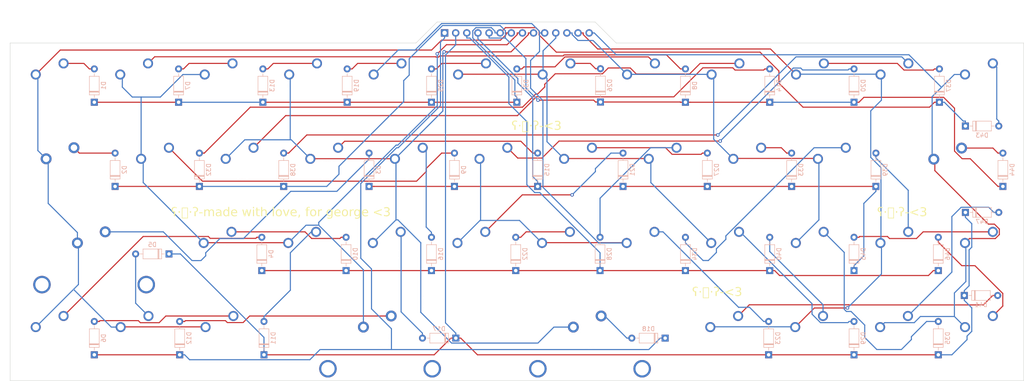
<source format=kicad_pcb>
(kicad_pcb (version 20221018) (generator pcbnew)

  (general
    (thickness 1.6)
  )

  (paper "A4")
  (layers
    (0 "F.Cu" signal)
    (31 "B.Cu" signal)
    (32 "B.Adhes" user "B.Adhesive")
    (33 "F.Adhes" user "F.Adhesive")
    (34 "B.Paste" user)
    (35 "F.Paste" user)
    (36 "B.SilkS" user "B.Silkscreen")
    (37 "F.SilkS" user "F.Silkscreen")
    (38 "B.Mask" user)
    (39 "F.Mask" user)
    (40 "Dwgs.User" user "User.Drawings")
    (41 "Cmts.User" user "User.Comments")
    (42 "Eco1.User" user "User.Eco1")
    (43 "Eco2.User" user "User.Eco2")
    (44 "Edge.Cuts" user)
    (45 "Margin" user)
    (46 "B.CrtYd" user "B.Courtyard")
    (47 "F.CrtYd" user "F.Courtyard")
    (48 "B.Fab" user)
    (49 "F.Fab" user)
    (50 "User.1" user)
    (51 "User.2" user)
    (52 "User.3" user)
    (53 "User.4" user)
    (54 "User.5" user)
    (55 "User.6" user)
    (56 "User.7" user)
    (57 "User.8" user)
    (58 "User.9" user)
  )

  (setup
    (pad_to_mask_clearance 0)
    (pcbplotparams
      (layerselection 0x00010fc_ffffffff)
      (plot_on_all_layers_selection 0x0000000_00000000)
      (disableapertmacros false)
      (usegerberextensions false)
      (usegerberattributes true)
      (usegerberadvancedattributes true)
      (creategerberjobfile false)
      (dashed_line_dash_ratio 12.000000)
      (dashed_line_gap_ratio 3.000000)
      (svgprecision 4)
      (plotframeref false)
      (viasonmask false)
      (mode 1)
      (useauxorigin false)
      (hpglpennumber 1)
      (hpglpenspeed 20)
      (hpglpendiameter 15.000000)
      (dxfpolygonmode true)
      (dxfimperialunits true)
      (dxfusepcbnewfont true)
      (psnegative false)
      (psa4output false)
      (plotreference true)
      (plotvalue true)
      (plotinvisibletext false)
      (sketchpadsonfab false)
      (subtractmaskfromsilk false)
      (outputformat 1)
      (mirror false)
      (drillshape 0)
      (scaleselection 1)
      (outputdirectory "")
    )
  )

  (net 0 "")
  (net 1 "/C0")
  (net 2 "Net-(D1-A)")
  (net 3 "Net-(D2-A)")
  (net 4 "Net-(D3-A)")
  (net 5 "Net-(D4-A)")
  (net 6 "Net-(D5-A)")
  (net 7 "Net-(D6-A)")
  (net 8 "/C1")
  (net 9 "Net-(D7-A)")
  (net 10 "Net-(D8-A)")
  (net 11 "Net-(D10-A)")
  (net 12 "Net-(D11-A)")
  (net 13 "Net-(D12-A)")
  (net 14 "/C2")
  (net 15 "Net-(D13-A)")
  (net 16 "Net-(D14-A)")
  (net 17 "Net-(D15-A)")
  (net 18 "Net-(D16-A)")
  (net 19 "Net-(D17-A)")
  (net 20 "Net-(D18-A)")
  (net 21 "/C3")
  (net 22 "Net-(D19-A)")
  (net 23 "Net-(D20-A)")
  (net 24 "Net-(D21-A)")
  (net 25 "Net-(D22-A)")
  (net 26 "Net-(D23-A)")
  (net 27 "/C4")
  (net 28 "Net-(D25-A)")
  (net 29 "Net-(D26-A)")
  (net 30 "Net-(D27-A)")
  (net 31 "Net-(D28-A)")
  (net 32 "Net-(D29-A)")
  (net 33 "/C5")
  (net 34 "Net-(D31-A)")
  (net 35 "Net-(D32-A)")
  (net 36 "Net-(D33-A)")
  (net 37 "Net-(D34-A)")
  (net 38 "Net-(D35-A)")
  (net 39 "/C6")
  (net 40 "Net-(D37-A)")
  (net 41 "Net-(D38-A)")
  (net 42 "Net-(D39-A)")
  (net 43 "Net-(D40-A)")
  (net 44 "Net-(D41-A)")
  (net 45 "/C7")
  (net 46 "Net-(D43-A)")
  (net 47 "Net-(D44-A)")
  (net 48 "Net-(D45-A)")
  (net 49 "Net-(D46-A)")
  (net 50 "Net-(D47-A)")
  (net 51 "/R0")
  (net 52 "/R1")
  (net 53 "/R2")
  (net 54 "/R3")
  (net 55 "/R4")
  (net 56 "/R5")
  (net 57 "Net-(D9-A)")

  (footprint "PCM_marbastlib-mx:SW_MX_1u" (layer "F.Cu") (at 132.0132 70.83))

  (footprint "MountingHole:MountingHole_2.2mm_M2" (layer "F.Cu") (at 233.25 60.5))

  (footprint "PCM_marbastlib-mx:SW_MX_1u" (layer "F.Cu") (at 69.25 51.55))

  (footprint "PCM_marbastlib-mx:SW_MX_1u" (layer "F.Cu") (at 242.8876 90.07))

  (footprint "PCM_marbastlib-mx:SW_MX_1u" (layer "F.Cu") (at 165.7153 51.55))

  (footprint "MountingHole:MountingHole_2.2mm_M2" (layer "F.Cu") (at 40.25 60.75))

  (footprint "PCM_marbastlib-mx:SW_MX_1u" (layer "F.Cu") (at 69.0132 90.07))

  (footprint "PCM_marbastlib-mx:SW_MX_1u" (layer "F.Cu") (at 30.6639 109.31))

  (footprint "PCM_marbastlib-mx:SW_MX_1u" (layer "F.Cu") (at 74.0491 70.83))

  (footprint "PCM_marbastlib-mx:SW_MX_1u" (layer "F.Cu") (at 185.0084 51.55))

  (footprint "PCM_marbastlib-mx:STAB_MX_P_2u" (layer "F.Cu") (at 153.4345 109.31 180))

  (footprint "PCM_marbastlib-mx:SW_MX_1u" (layer "F.Cu") (at 50.0531 109.31))

  (footprint "PCM_marbastlib-mx:SW_MX_1u" (layer "F.Cu") (at 184.9295 90.07))

  (footprint "PCM_marbastlib-mx:STAB_MX_P_2.75u" (layer "F.Cu") (at 105.4903 109.31 180))

  (footprint "PCM_marbastlib-mx:SW_MX_1u" (layer "F.Cu") (at 146.2907 90.07))

  (footprint "PCM_marbastlib-mx:SW_MX_1u" (layer "F.Cu") (at 93.3705 70.83))

  (footprint "PCM_Switch_Keyboard_Cherry_MX:SW_Cherry_MX_PCB_1.75u" (layer "F.Cu") (at 235.7539 70.91))

  (footprint "PCM_marbastlib-mx:SW_MX_1u" (layer "F.Cu") (at 189.9774 70.83))

  (footprint "PCM_marbastlib-mx:SW_MX_1u" (layer "F.Cu") (at 204.2489 90.07))

  (footprint "PCM_marbastlib-mx:SW_MX_1u" (layer "F.Cu") (at 223.4984 109.31))

  (footprint "PCM_marbastlib-mx:SW_MX_1u" (layer "F.Cu") (at 151.3346 70.83))

  (footprint "PCM_marbastlib-mx:SW_MX_1u" (layer "F.Cu") (at 184.7199 109.31))

  (footprint "PCM_marbastlib-mx:SW_MX_1u" (layer "F.Cu") (at 146.4223 51.55))

  (footprint "PCM_marbastlib-mx:SW_MX_1u" (layer "F.Cu") (at 204.3015 51.55))

  (footprint "Connector_PinHeader_2.54mm:PinHeader_1x14_P2.54mm_Vertical" (layer "F.Cu") (at 120.217 39.5 90))

  (footprint "MountingHole:MountingHole_2.2mm_M2" (layer "F.Cu") (at 233.25 100))

  (footprint "PCM_marbastlib-mx:SW_MX_1u" (layer "F.Cu") (at 204.1092 109.31))

  (footprint "PCM_marbastlib-mx:SW_MX_1u" (layer "F.Cu") (at 170.656 70.83))

  (footprint "PCM_marbastlib-mx:SW_MX_1u" (layer "F.Cu") (at 127.1292 51.55))

  (footprint "PCM_marbastlib-mx:SW_MX_1u" (layer "F.Cu") (at 54.7277 70.83))

  (footprint "MountingHole:MountingHole_2.2mm_M2" (layer "F.Cu") (at 141.5 80.25))

  (footprint "PCM_marbastlib-mx:SW_MX_1u" (layer "F.Cu") (at 242.8876 109.31))

  (footprint "PCM_Switch_Keyboard_Cherry_MX:SW_Cherry_MX_PCB_2.75u" (layer "F.Cu") (at 105.4903 109.31))

  (footprint "PCM_marbastlib-mx:SW_MX_1u" (layer "F.Cu") (at 209.2987 70.83))

  (footprint "PCM_marbastlib-mx:SW_MX_1u" (layer "F.Cu") (at 69.4423 109.31))

  (footprint "PCM_marbastlib-mx:SW_MX_1u" (layer "F.Cu") (at 112.6919 70.83))

  (footprint "PCM_marbastlib-mx:SW_MX_1u" (layer "F.Cu") (at 165.6101 90.07))

  (footprint "PCM_marbastlib-mx:SW_MX_1u" (layer "F.Cu") (at 223.5945 51.55))

  (footprint "PCM_marbastlib-mx:SW_MX_1u" (layer "F.Cu") (at 223.5682 90.07))

  (footprint "PCM_marbastlib-mx:SW_MX_1u" (layer "F.Cu") (at 88.5431 51.55))

  (footprint "PCM_marbastlib-mx:SW_MX_1u" (layer "F.Cu") (at 88.3326 90.07))

  (footprint "PCM_marbastlib-mx:SW_MX_1u" (layer "F.Cu") (at 49.9569 51.55))

  (footprint "MountingHole:MountingHole_2.2mm_M2" (layer "F.Cu") (at 40.25 100.5))

  (footprint "PCM_Switch_Keyboard_Cherry_MX:SW_Cherry_MX_PCB_1.25u" (layer "F.Cu") (at 33.0351 70.83))

  (footprint "PCM_marbastlib-mx:SW_MX_1u" (layer "F.Cu") (at 126.9714 90.07))

  (footprint "PCM_Switch_Keyboard_Cherry_MX:SW_Cherry_MX_PCB_2.00u" (layer "F.Cu")
    (tstamp daec2800-0a67-4a83-9296-7a5e0e8ded5e)
    (at 40.1789 90.07)
    (descr "Cherry MX keyswitch PCB Mount Keycap 2.00u")
    (tags "Cherry MX Keyboard Keyswitch Switch PCB Cutout Keycap 2.00u")
    (property "Name" "Shift")
    (property "Sheetfile" "keyboard.kicad_sch")
    (property "Sheetname" "")
    (property "ki_description" "Push button switch, normally open, two pins, 45° tilted")
    (property "ki_keywords" "switch normally-open pushbutton push-button")
    (path "/0aeced3d-9f7e-4f3c-9dcf-fd9d95747bed")
    (attr through_hole)
    (fp_text reference "Shift1" (at 0 -8) (layer "F.SilkS") hide
        (effects (font (size 1 1) (thickness 0.15)))
      (tstamp 60cfaf84-6698-4c37-a89c-03c2f469d987)
    )
    (fp_text value "MX_SW_solder" (at 0 8) (layer "F.Fab")
        (effects (font (size 1 1) (thickness 0.15)))
      (tstamp d901e978-8f1e-4b33-943e-77c768c3ade8)
    )
    (fp_text user "${REFERENCE}" (at 0 0) (layer "F.Fab")
        (effects (font (size 1 1) (thickness 0.15)))
      (tstamp a71ae670-0cd3-43f9-9dea-bc85146e71b5)
    )
    (fp_line (start -19.05 -9.525) (end -19.05 9.525)
      (stroke (width 0.1) (type solid)) (layer "Dwgs.User") (tstamp f0af2069-4090-494a-8264-098326966a78))
    (fp_line (start -19.05 9.525) (end 19.05 9.525)
      (stroke (width 0.1) (type solid)) (layer "Dwgs.User") (tstamp da91130d-2b21-4a62-858f-5796c6574407))
    (fp_line (start 19.05 -9.525) (end -19.05 -9.525)
      (stroke (width 0.1) (type solid)) (layer "Dwgs.User") (tstamp bb6320bd-1331-468c-b89d-7ec3781def1d))
    (fp_line (start 19.05 9.525) (end 19.05 -9.525)
      (stroke (width 0.1) (type solid)) (layer "Dwgs.User") (tstamp ef0654b1-330a-439f-89bf-bc191d92d404))
    (fp_line (start -7 -7) (end -7 7)
      (stroke (width 0.1) (type solid)) (layer "Eco1.User") (tstamp b65c250e-f724-4957-9aa1-c9fe1ddd2097))
    (fp_line (start -7 7) (end 7 7)
      (stroke (width 0.1) (type solid)) (layer "Eco1.User") (tstamp 0b99ccff-7c4c-4a7c-989c-906a27bff0f8))
    (fp_line (start 7 -7) (end -7 -7)
      (stroke (width 0.1) (type solid)) (layer "Eco1.User") (tstamp 4e23f798-0fdd-484c-9070-4187dbad6822))
    (fp_line (start 7 7) (end 7 -7)
      (stroke (width 0.1) (type solid)) (layer "Eco1.User") (tstamp 65d7dd46-b039-4870-bc0a-0ee86afa72b1))
    (fp_line (start -7.25 -7.25) (end -7.25 7.25)
      (stroke (width 0.05) (type solid)) (layer "F.CrtYd") (tstamp 3b18ad6a-e4e6-4dff-b784-44d09a05e48c))
    (fp_line (start -7.25 7.25) (end 7.25 7.25)
      (stroke (width 0.05) (type solid)) (layer "F.CrtYd") (tstamp b33c9557-592d-4d7f-a484-09154c52f812))
    (fp_line (start 7.25 -7.25) (end -7.25 -7.25)
      (stroke (width 0.05) (type
... [401267 chars truncated]
</source>
